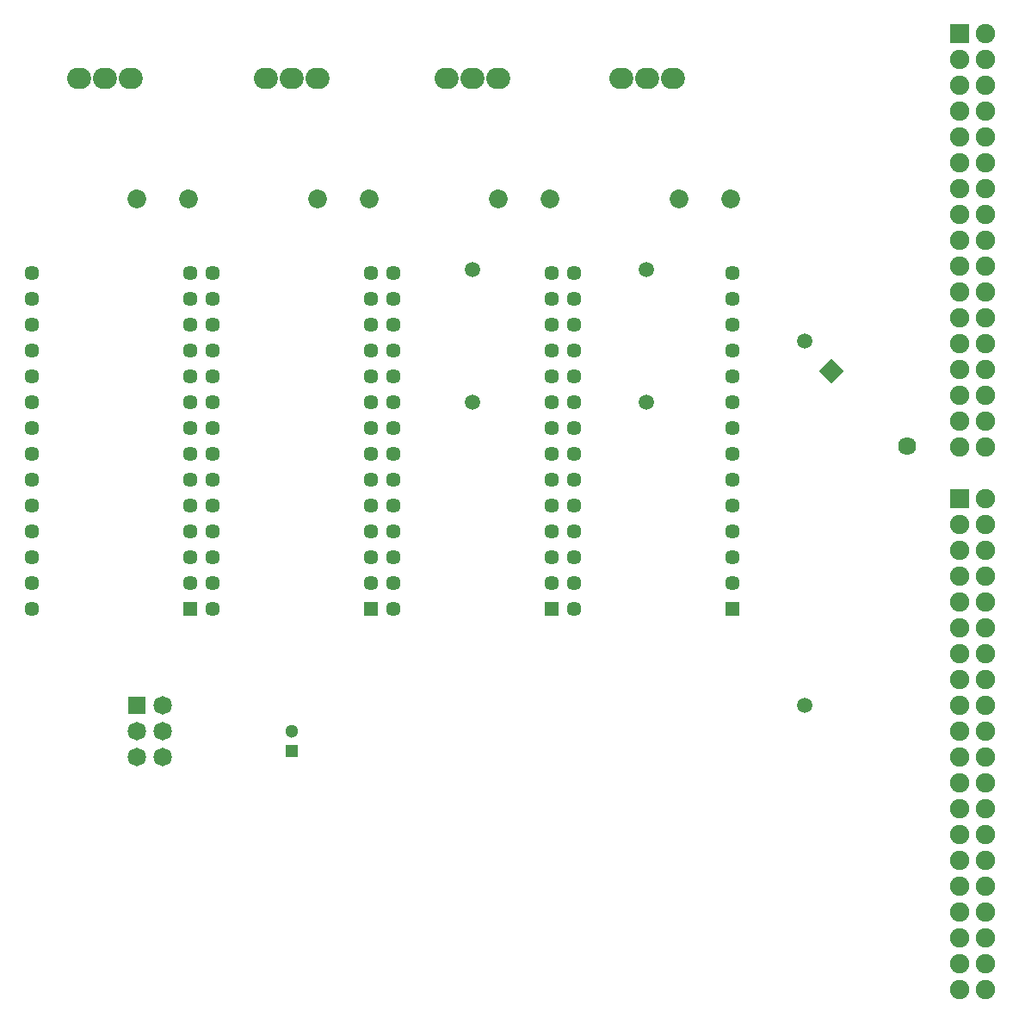
<source format=gbr>
G04 DipTrace 4.3.0.5*
G04 TopMask.gbr*
%MOMM*%
G04 #@! TF.FileFunction,Soldermask,Top*
G04 #@! TF.Part,Single*
%AMOUTLINE1*
4,1,4,
0.0,1.26572,
1.26572,0.0,
0.0,-1.26572,
-1.26572,0.0,
0.0,1.26572,
0*%
%ADD31C,1.5*%
%ADD46C,1.45*%
%ADD48R,1.45X1.45*%
%ADD51C,1.3*%
%ADD52O,2.359X2.105*%
%ADD54C,1.82*%
%ADD56R,1.82X1.82*%
%ADD58C,1.91*%
%ADD60R,1.91X1.91*%
%ADD62C,1.79*%
%ADD64C,1.85*%
%ADD66R,1.3X1.3*%
%ADD73OUTLINE1*%
%FSLAX35Y35*%
G04*
G71*
G90*
G75*
G01*
G04 TopMask*
%LPD*%
D66*
X-7048500Y-2354250D3*
D51*
Y-2154250D3*
D64*
X-8064500Y3079750D3*
X-8572500D3*
X-6286500D3*
X-6794500D3*
X-4508500D3*
X-5016500D3*
X-2730500D3*
X-3238500D3*
D73*
X-1735774Y1386524D3*
D62*
X-994726Y645476D3*
D60*
X-476200Y127000D3*
D58*
X-222200D3*
X-476200Y-127000D3*
X-222200D3*
X-476200Y-381000D3*
X-222200D3*
X-476200Y-635000D3*
X-222200D3*
X-476200Y-889000D3*
X-222200D3*
X-476200Y-1143000D3*
X-222200D3*
X-476200Y-1397000D3*
X-222200D3*
X-476200Y-1651000D3*
X-222200D3*
X-476200Y-1905000D3*
X-222200D3*
X-476200Y-2159000D3*
X-222200D3*
X-476200Y-2413000D3*
X-222200D3*
X-476200Y-2667000D3*
X-222200D3*
X-476200Y-2921000D3*
X-222200D3*
X-476200Y-3175000D3*
X-222200D3*
X-476200Y-3429000D3*
X-222200D3*
X-476200Y-3683000D3*
X-222200D3*
X-476200Y-3937000D3*
X-222200D3*
X-476200Y-4191000D3*
X-222200D3*
X-476200Y-4445000D3*
X-222200D3*
X-476200Y-4699000D3*
X-222200D3*
D60*
X-476200Y4699000D3*
D58*
X-222200D3*
X-476200Y4445000D3*
X-222200D3*
X-476200Y4191000D3*
X-222200D3*
X-476200Y3937000D3*
X-222200D3*
X-476200Y3683000D3*
X-222200D3*
X-476200Y3429000D3*
X-222200D3*
X-476200Y3175000D3*
X-222200D3*
X-476200Y2921000D3*
X-222200D3*
X-476200Y2667000D3*
X-222200D3*
X-476200Y2413000D3*
X-222200D3*
X-476200Y2159000D3*
X-222200D3*
X-476200Y1905000D3*
X-222200D3*
X-476200Y1651000D3*
X-222200D3*
X-476200Y1397000D3*
X-222200D3*
X-476200Y1143000D3*
X-222200D3*
X-476200Y889000D3*
X-222200D3*
X-476200Y635000D3*
X-222200D3*
D56*
X-8572500Y-1905000D3*
D54*
X-8318500D3*
X-8572500Y-2159000D3*
X-8318500D3*
X-8572500Y-2413000D3*
X-8318500D3*
D52*
X-9140697Y4259173D3*
X-8632700Y4259170D3*
X-8886697Y4259173D3*
X-7299197D3*
X-6791200Y4259170D3*
X-7045197Y4259173D3*
X-5521197D3*
X-5013200Y4259170D3*
X-5267197Y4259173D3*
X-3806697D3*
X-3298700Y4259170D3*
X-3552697Y4259173D3*
D31*
X-2000250Y1682750D3*
Y-1905000D3*
X-5270500Y1079500D3*
Y2381250D3*
X-3556000D3*
Y1079500D3*
D48*
X-8048470Y-952486D3*
D46*
X-8048474Y-698486D3*
X-8048479Y-444486D3*
X-8048484Y-190486D3*
X-8048488Y63514D3*
X-8048493Y317514D3*
X-8048498Y571514D3*
X-8048502Y825514D3*
X-8048507Y1079514D3*
X-8048512Y1333514D3*
X-8048516Y1587514D3*
X-8048521Y1841514D3*
X-8048526Y2095514D3*
X-8048530Y2349514D3*
X-9604530Y2349485D3*
X-9604526Y2095485D3*
X-9604521Y1841485D3*
X-9604516Y1587485D3*
X-9604512Y1333485D3*
X-9604507Y1079485D3*
X-9604502Y825485D3*
X-9604498Y571485D3*
X-9604493Y317485D3*
X-9604488Y63485D3*
X-9604484Y-190515D3*
X-9604479Y-444515D3*
X-9604474Y-698515D3*
X-9604470Y-952515D3*
D48*
X-6270470Y-952486D3*
D46*
X-6270474Y-698486D3*
X-6270479Y-444486D3*
X-6270484Y-190486D3*
X-6270488Y63514D3*
X-6270493Y317514D3*
X-6270498Y571514D3*
X-6270502Y825514D3*
X-6270507Y1079514D3*
X-6270512Y1333514D3*
X-6270516Y1587514D3*
X-6270521Y1841514D3*
X-6270526Y2095514D3*
X-6270530Y2349514D3*
X-7826530Y2349485D3*
X-7826526Y2095485D3*
X-7826521Y1841485D3*
X-7826516Y1587485D3*
X-7826512Y1333485D3*
X-7826507Y1079485D3*
X-7826502Y825485D3*
X-7826498Y571485D3*
X-7826493Y317485D3*
X-7826488Y63485D3*
X-7826484Y-190515D3*
X-7826479Y-444515D3*
X-7826474Y-698515D3*
X-7826470Y-952515D3*
D48*
X-4492470Y-952486D3*
D46*
X-4492474Y-698486D3*
X-4492479Y-444486D3*
X-4492484Y-190486D3*
X-4492488Y63514D3*
X-4492493Y317514D3*
X-4492498Y571514D3*
X-4492502Y825514D3*
X-4492507Y1079514D3*
X-4492512Y1333514D3*
X-4492516Y1587514D3*
X-4492521Y1841514D3*
X-4492526Y2095514D3*
X-4492530Y2349514D3*
X-6048530Y2349485D3*
X-6048526Y2095485D3*
X-6048521Y1841485D3*
X-6048516Y1587485D3*
X-6048512Y1333485D3*
X-6048507Y1079485D3*
X-6048502Y825485D3*
X-6048498Y571485D3*
X-6048493Y317485D3*
X-6048488Y63485D3*
X-6048484Y-190515D3*
X-6048479Y-444515D3*
X-6048474Y-698515D3*
X-6048470Y-952515D3*
D48*
X-2714500Y-952500D3*
D46*
Y-698500D3*
Y-444500D3*
Y-190500D3*
Y63500D3*
Y317500D3*
Y571500D3*
Y825500D3*
Y1079500D3*
Y1333500D3*
Y1587500D3*
Y1841500D3*
Y2095500D3*
Y2349500D3*
X-4270500D3*
Y2095500D3*
Y1841500D3*
Y1587500D3*
Y1333500D3*
Y1079500D3*
Y825500D3*
Y571500D3*
Y317500D3*
Y63500D3*
Y-190500D3*
Y-444500D3*
Y-698500D3*
Y-952500D3*
M02*

</source>
